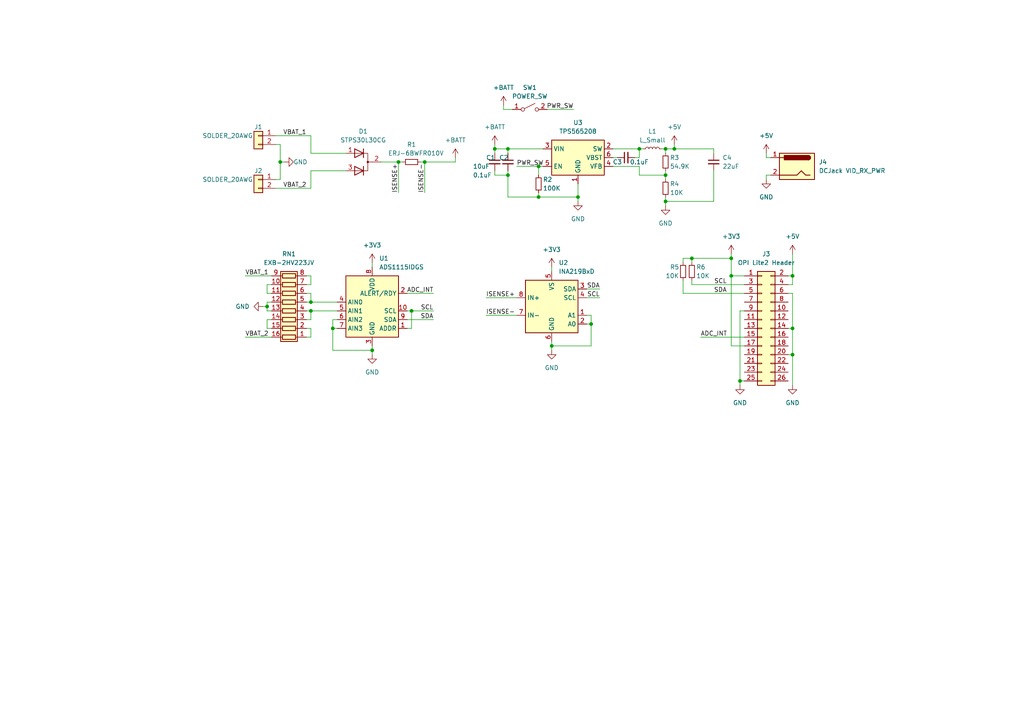
<source format=kicad_sch>
(kicad_sch (version 20211123) (generator eeschema)
  (paper "A4")
  (lib_symbols
    (symbol "Analog_ADC:ADS1115IDGS"
      (property "Reference" "U" (at 2.54 13.97 0))
      (property "Value" "ADS1115IDGS" (at 7.62 11.43 0))
      (symbol "ADS1115IDGS_0_1"
        (rectangle (start -7.62 10.16) (end 7.62 -7.62) (stroke (width 0.254)) (fill (type background)))
      )
      (symbol "ADS1115IDGS_1_1"
        (pin input line (at 10.16 -5.08 180) (length 2.54) (name "ADDR") (number "1"))
        (pin input line (at 10.16 0 180) (length 2.54) (name "SCL") (number "10"))
        (pin output line (at 10.16 5.08 180) (length 2.54) (name "ALERT/RDY") (number "2"))
        (pin power_in line (at 0 -10.16 90) (length 2.54) (name "GND") (number "3"))
        (pin input line (at -10.16 2.54 0) (length 2.54) (name "AIN0") (number "4"))
        (pin input line (at -10.16 0 0) (length 2.54) (name "AIN1") (number "5"))
        (pin input line (at -10.16 -2.54 0) (length 2.54) (name "AIN2") (number "6"))
        (pin input line (at -10.16 -5.08 0) (length 2.54) (name "AIN3") (number "7"))
        (pin power_in line (at 0 12.7 270) (length 2.54) (name "VDD") (number "8"))
        (pin bidirectional line (at 10.16 -2.54 180) (length 2.54) (name "SDA") (number "9"))
      )
    )
    (symbol "Analog_ADC:INA219BxD"
      (property "Reference" "U" (at -6.35 8.89 0))
      (property "Value" "INA219BxD" (at 5.08 8.89 0))
      (symbol "INA219BxD_0_1"
        (rectangle (start -7.62 7.62) (end 7.62 -7.62) (stroke (width 0.254)) (fill (type background)))
      )
      (symbol "INA219BxD_1_1"
        (pin input line (at 10.16 -2.54 180) (length 2.54) (name "A1") (number "1"))
        (pin input line (at 10.16 -5.08 180) (length 2.54) (name "A0") (number "2"))
        (pin bidirectional line (at 10.16 5.08 180) (length 2.54) (name "SDA") (number "3"))
        (pin input line (at 10.16 2.54 180) (length 2.54) (name "SCL") (number "4"))
        (pin power_in line (at 0 10.16 270) (length 2.54) (name "VS") (number "5"))
        (pin power_in line (at 0 -10.16 90) (length 2.54) (name "GND") (number "6"))
        (pin input line (at -10.16 -2.54 0) (length 2.54) (name "IN-") (number "7"))
        (pin input line (at -10.16 2.54 0) (length 2.54) (name "IN+") (number "8"))
      )
    )
    (symbol "Connector:Jack-DC" (pin_names (offset 1.016))
      (property "Reference" "J" (at 0 5.334 0))
      (property "Value" "Jack-DC" (at 0 -5.08 0))
      (symbol "Jack-DC_0_1"
        (rectangle (start -5.08 3.81) (end 5.08 -3.81) (stroke (width 0.254)) (fill (type background)))
        (arc (start -3.302 3.175) (mid -3.937 2.54) (end -3.302 1.905) (stroke (width 0.254)))
        (arc (start -3.302 3.175) (mid -3.937 2.54) (end -3.302 1.905) (stroke (width 0.254)) (fill (type outline)))
        (polyline (pts (xy 5.08 2.54) (xy 3.81 2.54)) (stroke (width 0.254)))
        (polyline (pts (xy -3.81 -2.54) (xy -2.54 -2.54) (xy -1.27 -1.27) (xy 0 -2.54) (xy 2.54 -2.54) (xy 5.08 -2.54)) (stroke (width 0.254)))
        (rectangle (start 3.683 3.175) (end -3.302 1.905) (stroke (width 0.254)) (fill (type outline)))
      )
      (symbol "Jack-DC_1_1"
        (pin passive line (at 7.62 2.54 180) (length 2.54) (name "~") (number "1"))
        (pin passive line (at 7.62 -2.54 180) (length 2.54) (name "~") (number "2"))
      )
    )
    (symbol "Connector_Generic:Conn_01x02" (pin_names (offset 1.016) hide)
      (property "Reference" "J" (at 0 2.54 0))
      (property "Value" "Conn_01x02" (at 0 -5.08 0))
      (symbol "Conn_01x02_1_1"
        (rectangle (start -1.27 -2.413) (end 0 -2.667) (stroke (width 0.1524)))
        (rectangle (start -1.27 0.127) (end 0 -0.127) (stroke (width 0.1524)))
        (rectangle (start -1.27 1.27) (end 1.27 -3.81) (stroke (width 0.254)) (fill (type background)))
        (pin passive line (at -5.08 0 0) (length 3.81) (name "Pin_1") (number "1"))
        (pin passive line (at -5.08 -2.54 0) (length 3.81) (name "Pin_2") (number "2"))
      )
    )
    (symbol "Connector_Generic:Conn_02x13_Odd_Even" (pin_names (offset 1.016) hide)
      (property "Reference" "J" (at 1.27 17.78 0))
      (property "Value" "Conn_02x13_Odd_Even" (at 1.27 -17.78 0))
      (symbol "Conn_02x13_Odd_Even_1_1"
        (rectangle (start -1.27 -15.113) (end 0 -15.367) (stroke (width 0.1524)))
        (rectangle (start -1.27 -12.573) (end 0 -12.827) (stroke (width 0.1524)))
        (rectangle (start -1.27 -10.033) (end 0 -10.287) (stroke (width 0.1524)))
        (rectangle (start -1.27 -7.493) (end 0 -7.747) (stroke (width 0.1524)))
        (rectangle (start -1.27 -4.953) (end 0 -5.207) (stroke (width 0.1524)))
        (rectangle (start -1.27 -2.413) (end 0 -2.667) (stroke (width 0.1524)))
        (rectangle (start -1.27 0.127) (end 0 -0.127) (stroke (width 0.1524)))
        (rectangle (start -1.27 2.667) (end 0 2.413) (stroke (width 0.1524)))
        (rectangle (start -1.27 5.207) (end 0 4.953) (stroke (width 0.1524)))
        (rectangle (start -1.27 7.747) (end 0 7.493) (stroke (width 0.1524)))
        (rectangle (start -1.27 10.287) (end 0 10.033) (stroke (width 0.1524)))
        (rectangle (start -1.27 12.827) (end 0 12.573) (stroke (width 0.1524)))
        (rectangle (start -1.27 15.367) (end 0 15.113) (stroke (width 0.1524)))
        (rectangle (start -1.27 16.51) (end 3.81 -16.51) (stroke (width 0.254)) (fill (type background)))
        (rectangle (start 3.81 -15.113) (end 2.54 -15.367) (stroke (width 0.1524)))
        (rectangle (start 3.81 -12.573) (end 2.54 -12.827) (stroke (width 0.1524)))
        (rectangle (start 3.81 -10.033) (end 2.54 -10.287) (stroke (width 0.1524)))
        (rectangle (start 3.81 -7.493) (end 2.54 -7.747) (stroke (width 0.1524)))
        (rectangle (start 3.81 -4.953) (end 2.54 -5.207) (stroke (width 0.1524)))
        (rectangle (start 3.81 -2.413) (end 2.54 -2.667) (stroke (width 0.1524)))
        (rectangle (start 3.81 0.127) (end 2.54 -0.127) (stroke (width 0.1524)))
        (rectangle (start 3.81 2.667) (end 2.54 2.413) (stroke (width 0.1524)))
        (rectangle (start 3.81 5.207) (end 2.54 4.953) (stroke (width 0.1524)))
        (rectangle (start 3.81 7.747) (end 2.54 7.493) (stroke (width 0.1524)))
        (rectangle (start 3.81 10.287) (end 2.54 10.033) (stroke (width 0.1524)))
        (rectangle (start 3.81 12.827) (end 2.54 12.573) (stroke (width 0.1524)))
        (rectangle (start 3.81 15.367) (end 2.54 15.113) (stroke (width 0.1524)))
        (pin passive line (at -5.08 15.24 0) (length 3.81) (name "Pin_1") (number "1"))
        (pin passive line (at 7.62 5.08 180) (length 3.81) (name "Pin_10") (number "10"))
        (pin passive line (at -5.08 2.54 0) (length 3.81) (name "Pin_11") (number "11"))
        (pin passive line (at 7.62 2.54 180) (length 3.81) (name "Pin_12") (number "12"))
        (pin passive line (at -5.08 0 0) (length 3.81) (name "Pin_13") (number "13"))
        (pin passive line (at 7.62 0 180) (length 3.81) (name "Pin_14") (number "14"))
        (pin passive line (at -5.08 -2.54 0) (length 3.81) (name "Pin_15") (number "15"))
        (pin passive line (at 7.62 -2.54 180) (length 3.81) (name "Pin_16") (number "16"))
        (pin passive line (at -5.08 -5.08 0) (length 3.81) (name "Pin_17") (number "17"))
        (pin passive line (at 7.62 -5.08 180) (length 3.81) (name "Pin_18") (number "18"))
        (pin passive line (at -5.08 -7.62 0) (length 3.81) (name "Pin_19") (number "19"))
        (pin passive line (at 7.62 15.24 180) (length 3.81) (name "Pin_2") (number "2"))
        (pin passive line (at 7.62 -7.62 180) (length 3.81) (name "Pin_20") (number "20"))
        (pin passive line (at -5.08 -10.16 0) (length 3.81) (name "Pin_21") (number "21"))
        (pin passive line (at 7.62 -10.16 180) (length 3.81) (name "Pin_22") (number "22"))
        (pin passive line (at -5.08 -12.7 0) (length 3.81) (name "Pin_23") (number "23"))
        (pin passive line (at 7.62 -12.7 180) (length 3.81) (name "Pin_24") (number "24"))
        (pin passive line (at -5.08 -15.24 0) (length 3.81) (name "Pin_25") (number "25"))
        (pin passive line (at 7.62 -15.24 180) (length 3.81) (name "Pin_26") (number "26"))
        (pin passive line (at -5.08 12.7 0) (length 3.81) (name "Pin_3") (number "3"))
        (pin passive line (at 7.62 12.7 180) (length 3.81) (name "Pin_4") (number "4"))
        (pin passive line (at -5.08 10.16 0) (length 3.81) (name "Pin_5") (number "5"))
        (pin passive line (at 7.62 10.16 180) (length 3.81) (name "Pin_6") (number "6"))
        (pin passive line (at -5.08 7.62 0) (length 3.81) (name "Pin_7") (number "7"))
        (pin passive line (at 7.62 7.62 180) (length 3.81) (name "Pin_8") (number "8"))
        (pin passive line (at -5.08 5.08 0) (length 3.81) (name "Pin_9") (number "9"))
      )
    )
    (symbol "Device:C_Small" (pin_numbers hide) (pin_names (offset 0.254) hide)
      (property "Reference" "C" (at 0.254 1.778 0))
      (property "Value" "C_Small" (at 0.254 -2.032 0))
      (symbol "C_Small_0_1"
        (polyline (pts (xy -1.524 -0.508) (xy 1.524 -0.508)) (stroke (width 0.3302)))
        (polyline (pts (xy -1.524 0.508) (xy 1.524 0.508)) (stroke (width 0.3048)))
      )
      (symbol "C_Small_1_1"
        (pin passive line (at 0 2.54 270) (length 2.032) (name "~") (number "1"))
        (pin passive line (at 0 -2.54 90) (length 2.032) (name "~") (number "2"))
      )
    )
    (symbol "Device:D_Dual_CommonCathode_AKA_Parallel" (pin_names (offset 0.762) hide)
      (property "Reference" "D" (at 0 5.08 0))
      (property "Value" "D_Dual_CommonCathode_AKA_Parallel" (at 0 -5.08 0))
      (symbol "D_Dual_CommonCathode_AKA_Parallel_0_0"
        (polyline (pts (xy 0 -1.27) (xy 0 -3.81)) (stroke (width 0.254)))
        (polyline (pts (xy 0 3.81) (xy 0 1.27)) (stroke (width 0.254)))
      )
      (symbol "D_Dual_CommonCathode_AKA_Parallel_0_1"
        (polyline (pts (xy 1.27 0) (xy 2.54 0)))
        (polyline (pts (xy -2.54 -2.54) (xy 1.27 -2.54) (xy 1.27 2.54) (xy -2.54 2.54)))
        (polyline (pts (xy -2.54 -1.27) (xy 0 -2.54) (xy -2.54 -3.81) (xy -2.54 -1.27) (xy -2.54 -1.27) (xy -2.54 -1.27)) (stroke (width 0.254)))
        (polyline (pts (xy -2.54 3.81) (xy 0 2.54) (xy -2.54 1.27) (xy -2.54 3.81) (xy -2.54 3.81) (xy -2.54 3.81)) (stroke (width 0.254)))
        (circle (center 1.27 0) (radius 0.254) (fill (type outline)))
        (pin passive line (at -5.08 2.54 0) (length 2.54) (name "K") (number "1"))
        (pin passive line (at 5.08 0 180) (length 2.54) (name "A") (number "2"))
        (pin passive line (at -5.08 -2.54 0) (length 2.54) (name "K") (number "3"))
      )
    )
    (symbol "Device:L_Small" (pin_numbers hide) (pin_names (offset 0.254) hide)
      (property "Reference" "L" (at 0.762 1.016 0))
      (property "Value" "L_Small" (at 0.762 -1.016 0))
      (symbol "L_Small_0_1"
        (arc (start 0 -2.032) (mid 0.508 -1.524) (end 0 -1.016))
        (arc (start 0 -1.016) (mid 0.508 -0.508) (end 0 0))
        (arc (start 0 0) (mid 0.508 0.508) (end 0 1.016))
        (arc (start 0 1.016) (mid 0.508 1.524) (end 0 2.032))
      )
      (symbol "L_Small_1_1"
        (pin passive line (at 0 2.54 270) (length 0.508) (name "~") (number "1"))
        (pin passive line (at 0 -2.54 90) (length 0.508) (name "~") (number "2"))
      )
    )
    (symbol "Device:R_Pack08" (pin_names (offset 0) hide)
      (property "Reference" "RN" (at -12.7 0 90))
      (property "Value" "R_Pack08" (at 10.16 0 90))
      (symbol "R_Pack08_0_1"
        (rectangle (start -11.43 -2.413) (end 8.89 2.413) (stroke (width 0.254)) (fill (type background)))
        (rectangle (start -10.795 1.905) (end -9.525 -1.905) (stroke (width 0.254)))
        (rectangle (start -8.255 1.905) (end -6.985 -1.905) (stroke (width 0.254)))
        (rectangle (start -5.715 1.905) (end -4.445 -1.905) (stroke (width 0.254)))
        (rectangle (start -3.175 1.905) (end -1.905 -1.905) (stroke (width 0.254)))
        (rectangle (start -0.635 1.905) (end 0.635 -1.905) (stroke (width 0.254)))
        (polyline (pts (xy -10.16 -2.54) (xy -10.16 -1.905)))
        (polyline (pts (xy -10.16 1.905) (xy -10.16 2.54)))
        (polyline (pts (xy -7.62 -2.54) (xy -7.62 -1.905)))
        (polyline (pts (xy -7.62 1.905) (xy -7.62 2.54)))
        (polyline (pts (xy -5.08 -2.54) (xy -5.08 -1.905)))
        (polyline (pts (xy -5.08 1.905) (xy -5.08 2.54)))
        (polyline (pts (xy -2.54 -2.54) (xy -2.54 -1.905)))
        (polyline (pts (xy -2.54 1.905) (xy -2.54 2.54)))
        (polyline (pts (xy 0 -2.54) (xy 0 -1.905)))
        (polyline (pts (xy 0 1.905) (xy 0 2.54)))
        (polyline (pts (xy 2.54 -2.54) (xy 2.54 -1.905)))
        (polyline (pts (xy 2.54 1.905) (xy 2.54 2.54)))
        (polyline (pts (xy 5.08 -2.54) (xy 5.08 -1.905)))
        (polyline (pts (xy 5.08 1.905) (xy 5.08 2.54)))
        (polyline (pts (xy 7.62 -2.54) (xy 7.62 -1.905)))
        (polyline (pts (xy 7.62 1.905) (xy 7.62 2.54)))
        (rectangle (start 1.905 1.905) (end 3.175 -1.905) (stroke (width 0.254)))
        (rectangle (start 4.445 1.905) (end 5.715 -1.905) (stroke (width 0.254)))
        (rectangle (start 6.985 1.905) (end 8.255 -1.905) (stroke (width 0.254)))
      )
      (symbol "R_Pack08_1_1"
        (pin passive line (at -10.16 -5.08 90) (length 2.54) (name "R1.1") (number "1"))
        (pin passive line (at 5.08 5.08 270) (length 2.54) (name "R7.2") (number "10"))
        (pin passive line (at 2.54 5.08 270) (length 2.54) (name "R6.2") (number "11"))
        (pin passive line (at 0 5.08 270) (length 2.54) (name "R5.2") (number "12"))
        (pin passive line (at -2.54 5.08 270) (length 2.54) (name "R4.2") (number "13"))
        (pin passive line (at -5.08 5.08 270) (length 2.54) (name "R3.2") (number "14"))
        (pin passive line (at -7.62 5.08 270) (length 2.54) (name "R2.2") (number "15"))
        (pin passive line (at -10.16 5.08 270) (length 2.54) (name "R1.2") (number "16"))
        (pin passive line (at -7.62 -5.08 90) (length 2.54) (name "R2.1") (number "2"))
        (pin passive line (at -5.08 -5.08 90) (length 2.54) (name "R3.1") (number "3"))
        (pin passive line (at -2.54 -5.08 90) (length 2.54) (name "R4.1") (number "4"))
        (pin passive line (at 0 -5.08 90) (length 2.54) (name "R5.1") (number "5"))
        (pin passive line (at 2.54 -5.08 90) (length 2.54) (name "R6.1") (number "6"))
        (pin passive line (at 5.08 -5.08 90) (length 2.54) (name "R7.1") (number "7"))
        (pin passive line (at 7.62 -5.08 90) (length 2.54) (name "R8.1") (number "8"))
        (pin passive line (at 7.62 5.08 270) (length 2.54) (name "R8.2") (number "9"))
      )
    )
    (symbol "Device:R_Small" (pin_numbers hide) (pin_names (offset 0.254) hide)
      (property "Reference" "R" (at 0.762 0.508 0))
      (property "Value" "R_Small" (at 0.762 -1.016 0))
      (symbol "R_Small_0_1"
        (rectangle (start -0.762 1.778) (end 0.762 -1.778) (stroke (width 0.2032)))
      )
      (symbol "R_Small_1_1"
        (pin passive line (at 0 2.54 270) (length 0.762) (name "~") (number "1"))
        (pin passive line (at 0 -2.54 90) (length 0.762) (name "~") (number "2"))
      )
    )
    (symbol "Regulator_Switching:TPS565208"
      (property "Reference" "U" (at -7.62 6.35 0))
      (property "Value" "TPS565208" (at -2.54 6.35 0))
      (symbol "TPS565208_0_1"
        (rectangle (start -7.62 5.08) (end 7.62 -5.08) (stroke (width 0.254)) (fill (type background)))
      )
      (symbol "TPS565208_1_1"
        (pin power_in line (at 0 -7.62 90) (length 2.54) (name "GND") (number "1"))
        (pin output line (at 10.16 2.54 180) (length 2.54) (name "SW") (number "2"))
        (pin power_in line (at -10.16 2.54 0) (length 2.54) (name "VIN") (number "3"))
        (pin input line (at 10.16 -2.54 180) (length 2.54) (name "VFB") (number "4"))
        (pin input line (at -10.16 -2.54 0) (length 2.54) (name "EN") (number "5"))
        (pin passive line (at 10.16 0 180) (length 2.54) (name "VBST") (number "6"))
      )
    )
    (symbol "Switch:SW_SPST" (pin_names (offset 0) hide)
      (property "Reference" "SW" (at 0 3.175 0))
      (property "Value" "SW_SPST" (at 0 -2.54 0))
      (symbol "SW_SPST_0_0"
        (circle (center -2.032 0) (radius 0.508))
        (polyline (pts (xy -1.524 0.254) (xy 1.524 1.778)))
        (circle (center 2.032 0) (radius 0.508))
      )
      (symbol "SW_SPST_1_1"
        (pin passive line (at -5.08 0 0) (length 2.54) (name "A") (number "1"))
        (pin passive line (at 5.08 0 180) (length 2.54) (name "B") (number "2"))
      )
    )
    (symbol "power:+3.3V" (power) (pin_names (offset 0))
      (property "Value" "+3.3V" (at 0 3.556 0))
      (symbol "+3.3V_0_1"
        (polyline (pts (xy -0.762 1.27) (xy 0 2.54)))
        (polyline (pts (xy 0 0) (xy 0 2.54)))
        (polyline (pts (xy 0 2.54) (xy 0.762 1.27)))
      )
      (symbol "+3.3V_1_1"
        (pin power_in line (at 0 0 90) (length 0) hide (name "+3V3") (number "1"))
      )
    )
    (symbol "power:+5V" (power) (pin_names (offset 0))
      (property "Value" "+5V" (at 0 3.556 0))
      (symbol "+5V_0_1"
        (polyline (pts (xy -0.762 1.27) (xy 0 2.54)))
        (polyline (pts (xy 0 0) (xy 0 2.54)))
        (polyline (pts (xy 0 2.54) (xy 0.762 1.27)))
      )
      (symbol "+5V_1_1"
        (pin power_in line (at 0 0 90) (length 0) hide (name "+5V") (number "1"))
      )
    )
    (symbol "power:+BATT" (power) (pin_names (offset 0))
      (property "Value" "+BATT" (at 0 3.556 0))
      (symbol "+BATT_0_1"
        (polyline (pts (xy -0.762 1.27) (xy 0 2.54)))
        (polyline (pts (xy 0 0) (xy 0 2.54)))
        (polyline (pts (xy 0 2.54) (xy 0.762 1.27)))
      )
      (symbol "+BATT_1_1"
        (pin power_in line (at 0 0 90) (length 0) hide (name "+BATT") (number "1"))
      )
    )
    (symbol "power:GND" (power) (pin_names (offset 0))
      (property "Value" "GND" (at 0 -3.81 0))
      (symbol "GND_0_1"
        (polyline (pts (xy 0 0) (xy 0 -1.27) (xy 1.27 -1.27) (xy 0 -2.54) (xy -1.27 -1.27) (xy 0 -1.27)))
      )
      (symbol "GND_1_1"
        (pin power_in line (at 0 0 270) (length 0) hide (name "GND") (number "1"))
      )
    )
  )
  (junction (at 212.09 80.01))
  (junction (at 212.09 74.93))
  (junction (at 214.63 110.49))
  (junction (at 77.47 88.9))
  (junction (at 171.45 93.98))
  (junction (at 229.87 80.01))
  (junction (at 90.17 87.63))
  (junction (at 81.28 46.99))
  (junction (at 160.02 100.33))
  (junction (at 193.04 43.18))
  (junction (at 147.32 43.18))
  (junction (at 167.64 57.15))
  (junction (at 143.51 43.18))
  (junction (at 96.52 95.25))
  (junction (at 156.21 48.26))
  (junction (at 200.66 74.93))
  (junction (at 195.58 43.18))
  (junction (at 147.32 50.8))
  (junction (at 229.87 95.25))
  (junction (at 123.19 46.99))
  (junction (at 193.04 50.8))
  (junction (at 115.57 46.99))
  (junction (at 107.95 101.6))
  (junction (at 229.87 102.87))
  (junction (at 185.42 43.18))
  (junction (at 156.21 57.15))
  (junction (at 90.17 90.17))
  (junction (at 193.04 58.42))
  (junction (at 119.38 90.17))
  (wire (pts (xy 228.6 95.25) (xy 229.87 95.25)))
  (wire (pts (xy 147.32 50.8) (xy 143.51 50.8)))
  (wire (pts (xy 207.01 43.18) (xy 195.58 43.18)))
  (wire (pts (xy 160.02 100.33) (xy 160.02 101.6)))
  (wire (pts (xy 107.95 101.6) (xy 107.95 102.87)))
  (wire (pts (xy 96.52 95.25) (xy 97.79 95.25)))
  (wire (pts (xy 118.11 85.09) (xy 125.73 85.09)))
  (wire (pts (xy 80.01 54.61) (xy 90.17 54.61)))
  (wire (pts (xy 193.04 58.42) (xy 207.01 58.42)))
  (wire (pts (xy 107.95 76.2) (xy 107.95 77.47)))
  (wire (pts (xy 160.02 77.47) (xy 160.02 78.74)))
  (wire (pts (xy 147.32 49.53) (xy 147.32 50.8)))
  (wire (pts (xy 78.74 95.25) (xy 77.47 95.25)))
  (wire (pts (xy 78.74 90.17) (xy 77.47 90.17)))
  (wire (pts (xy 118.11 95.25) (xy 119.38 95.25)))
  (wire (pts (xy 158.75 31.75) (xy 166.37 31.75)))
  (wire (pts (xy 140.97 86.36) (xy 149.86 86.36)))
  (wire (pts (xy 81.28 46.99) (xy 81.28 52.07)))
  (wire (pts (xy 71.12 97.79) (xy 78.74 97.79)))
  (wire (pts (xy 229.87 111.76) (xy 229.87 102.87)))
  (wire (pts (xy 177.8 43.18) (xy 185.42 43.18)))
  (wire (pts (xy 193.04 58.42) (xy 193.04 59.69)))
  (wire (pts (xy 195.58 43.18) (xy 195.58 41.91)))
  (wire (pts (xy 81.28 41.91) (xy 81.28 46.99)))
  (wire (pts (xy 77.47 95.25) (xy 77.47 92.71)))
  (wire (pts (xy 147.32 57.15) (xy 156.21 57.15)))
  (wire (pts (xy 171.45 91.44) (xy 170.18 91.44)))
  (wire (pts (xy 193.04 43.18) (xy 195.58 43.18)))
  (wire (pts (xy 88.9 80.01) (xy 90.17 80.01)))
  (wire (pts (xy 157.48 43.18) (xy 147.32 43.18)))
  (wire (pts (xy 177.8 45.72) (xy 179.07 45.72)))
  (wire (pts (xy 229.87 80.01) (xy 229.87 82.55)))
  (wire (pts (xy 96.52 101.6) (xy 107.95 101.6)))
  (wire (pts (xy 156.21 55.88) (xy 156.21 57.15)))
  (wire (pts (xy 229.87 80.01) (xy 228.6 80.01)))
  (wire (pts (xy 212.09 80.01) (xy 212.09 100.33)))
  (wire (pts (xy 185.42 48.26) (xy 177.8 48.26)))
  (wire (pts (xy 222.25 44.45) (xy 222.25 45.72)))
  (wire (pts (xy 200.66 74.93) (xy 200.66 76.2)))
  (wire (pts (xy 170.18 93.98) (xy 171.45 93.98)))
  (wire (pts (xy 146.05 31.75) (xy 148.59 31.75)))
  (wire (pts (xy 90.17 87.63) (xy 97.79 87.63)))
  (wire (pts (xy 203.2 97.79) (xy 215.9 97.79)))
  (wire (pts (xy 90.17 80.01) (xy 90.17 82.55)))
  (wire (pts (xy 77.47 85.09) (xy 78.74 85.09)))
  (wire (pts (xy 229.87 102.87) (xy 229.87 95.25)))
  (wire (pts (xy 90.17 85.09) (xy 90.17 87.63)))
  (wire (pts (xy 77.47 82.55) (xy 77.47 85.09)))
  (wire (pts (xy 80.01 39.37) (xy 90.17 39.37)))
  (wire (pts (xy 96.52 92.71) (xy 96.52 95.25)))
  (wire (pts (xy 71.12 80.01) (xy 78.74 80.01)))
  (wire (pts (xy 229.87 85.09) (xy 228.6 85.09)))
  (wire (pts (xy 193.04 43.18) (xy 191.77 43.18)))
  (wire (pts (xy 76.2 88.9) (xy 77.47 88.9)))
  (wire (pts (xy 212.09 100.33) (xy 215.9 100.33)))
  (wire (pts (xy 228.6 102.87) (xy 229.87 102.87)))
  (wire (pts (xy 90.17 90.17) (xy 97.79 90.17)))
  (wire (pts (xy 80.01 41.91) (xy 81.28 41.91)))
  (wire (pts (xy 207.01 44.45) (xy 207.01 43.18)))
  (wire (pts (xy 80.01 52.07) (xy 81.28 52.07)))
  (wire (pts (xy 170.18 86.36) (xy 173.99 86.36)))
  (wire (pts (xy 222.25 50.8) (xy 223.52 50.8)))
  (wire (pts (xy 198.12 74.93) (xy 200.66 74.93)))
  (wire (pts (xy 214.63 111.76) (xy 214.63 110.49)))
  (wire (pts (xy 200.66 74.93) (xy 212.09 74.93)))
  (wire (pts (xy 118.11 90.17) (xy 119.38 90.17)))
  (wire (pts (xy 160.02 100.33) (xy 171.45 100.33)))
  (wire (pts (xy 132.08 46.99) (xy 123.19 46.99)))
  (wire (pts (xy 170.18 83.82) (xy 173.99 83.82)))
  (wire (pts (xy 147.32 43.18) (xy 147.32 44.45)))
  (wire (pts (xy 193.04 50.8) (xy 185.42 50.8)))
  (wire (pts (xy 96.52 95.25) (xy 96.52 101.6)))
  (wire (pts (xy 77.47 87.63) (xy 78.74 87.63)))
  (wire (pts (xy 90.17 95.25) (xy 88.9 95.25)))
  (wire (pts (xy 198.12 85.09) (xy 215.9 85.09)))
  (wire (pts (xy 156.21 48.26) (xy 157.48 48.26)))
  (wire (pts (xy 214.63 90.17) (xy 215.9 90.17)))
  (wire (pts (xy 200.66 82.55) (xy 215.9 82.55)))
  (wire (pts (xy 119.38 90.17) (xy 125.73 90.17)))
  (wire (pts (xy 115.57 46.99) (xy 115.57 55.88)))
  (wire (pts (xy 193.04 44.45) (xy 193.04 43.18)))
  (wire (pts (xy 119.38 90.17) (xy 119.38 95.25)))
  (wire (pts (xy 110.49 46.99) (xy 115.57 46.99)))
  (wire (pts (xy 132.08 45.72) (xy 132.08 46.99)))
  (wire (pts (xy 90.17 49.53) (xy 100.33 49.53)))
  (wire (pts (xy 207.01 58.42) (xy 207.01 49.53)))
  (wire (pts (xy 198.12 76.2) (xy 198.12 74.93)))
  (wire (pts (xy 140.97 91.44) (xy 149.86 91.44)))
  (wire (pts (xy 81.28 46.99) (xy 82.55 46.99)))
  (wire (pts (xy 107.95 100.33) (xy 107.95 101.6)))
  (wire (pts (xy 167.64 53.34) (xy 167.64 57.15)))
  (wire (pts (xy 198.12 81.28) (xy 198.12 85.09)))
  (wire (pts (xy 88.9 97.79) (xy 90.17 97.79)))
  (wire (pts (xy 222.25 52.07) (xy 222.25 50.8)))
  (wire (pts (xy 193.04 57.15) (xy 193.04 58.42)))
  (wire (pts (xy 90.17 44.45) (xy 100.33 44.45)))
  (wire (pts (xy 146.05 30.48) (xy 146.05 31.75)))
  (wire (pts (xy 171.45 100.33) (xy 171.45 93.98)))
  (wire (pts (xy 156.21 50.8) (xy 156.21 48.26)))
  (wire (pts (xy 90.17 39.37) (xy 90.17 44.45)))
  (wire (pts (xy 212.09 73.66) (xy 212.09 74.93)))
  (wire (pts (xy 90.17 97.79) (xy 90.17 95.25)))
  (wire (pts (xy 171.45 93.98) (xy 171.45 91.44)))
  (wire (pts (xy 77.47 92.71) (xy 78.74 92.71)))
  (wire (pts (xy 167.64 58.42) (xy 167.64 57.15)))
  (wire (pts (xy 193.04 50.8) (xy 193.04 52.07)))
  (wire (pts (xy 156.21 57.15) (xy 167.64 57.15)))
  (wire (pts (xy 160.02 99.06) (xy 160.02 100.33)))
  (wire (pts (xy 143.51 43.18) (xy 143.51 44.45)))
  (wire (pts (xy 149.86 48.26) (xy 156.21 48.26)))
  (wire (pts (xy 212.09 80.01) (xy 215.9 80.01)))
  (wire (pts (xy 185.42 43.18) (xy 186.69 43.18)))
  (wire (pts (xy 77.47 90.17) (xy 77.47 88.9)))
  (wire (pts (xy 185.42 45.72) (xy 185.42 43.18)))
  (wire (pts (xy 185.42 50.8) (xy 185.42 48.26)))
  (wire (pts (xy 147.32 43.18) (xy 143.51 43.18)))
  (wire (pts (xy 229.87 82.55) (xy 228.6 82.55)))
  (wire (pts (xy 90.17 54.61) (xy 90.17 49.53)))
  (wire (pts (xy 222.25 45.72) (xy 223.52 45.72)))
  (wire (pts (xy 78.74 82.55) (xy 77.47 82.55)))
  (wire (pts (xy 88.9 85.09) (xy 90.17 85.09)))
  (wire (pts (xy 88.9 87.63) (xy 90.17 87.63)))
  (wire (pts (xy 143.51 41.91) (xy 143.51 43.18)))
  (wire (pts (xy 118.11 92.71) (xy 125.73 92.71)))
  (wire (pts (xy 214.63 110.49) (xy 214.63 90.17)))
  (wire (pts (xy 123.19 46.99) (xy 121.92 46.99)))
  (wire (pts (xy 123.19 46.99) (xy 123.19 55.88)))
  (wire (pts (xy 229.87 73.66) (xy 229.87 80.01)))
  (wire (pts (xy 212.09 74.93) (xy 212.09 80.01)))
  (wire (pts (xy 90.17 82.55) (xy 88.9 82.55)))
  (wire (pts (xy 97.79 92.71) (xy 96.52 92.71)))
  (wire (pts (xy 214.63 110.49) (xy 215.9 110.49)))
  (wire (pts (xy 147.32 50.8) (xy 147.32 57.15)))
  (wire (pts (xy 90.17 90.17) (xy 88.9 90.17)))
  (wire (pts (xy 77.47 88.9) (xy 77.47 87.63)))
  (wire (pts (xy 200.66 81.28) (xy 200.66 82.55)))
  (wire (pts (xy 229.87 95.25) (xy 229.87 85.09)))
  (wire (pts (xy 143.51 50.8) (xy 143.51 49.53)))
  (wire (pts (xy 184.15 45.72) (xy 185.42 45.72)))
  (wire (pts (xy 193.04 49.53) (xy 193.04 50.8)))
  (wire (pts (xy 115.57 46.99) (xy 116.84 46.99)))
  (wire (pts (xy 90.17 92.71) (xy 90.17 90.17)))
  (wire (pts (xy 88.9 92.71) (xy 90.17 92.71)))
  (label "ISENSE-" (at 140.97 91.44 0))
  (label "SDA" (at 173.99 83.82 180))
  (label "PWR_SW" (at 166.37 31.75 180))
  (label "ADC_INT" (at 203.2 97.79 0))
  (label "SCL" (at 173.99 86.36 180))
  (label "SCL" (at 125.73 90.17 180))
  (label "SDA" (at 210.82 85.09 180))
  (label "ISENSE+" (at 140.97 86.36 0))
  (label "ISENSE-" (at 123.19 55.88 90))
  (label "VBAT_1" (at 88.9 39.37 180))
  (label "PWR_SW" (at 149.86 48.26 0))
  (label "SDA" (at 125.73 92.71 180))
  (label "SCL" (at 210.82 82.55 180))
  (label "VBAT_1" (at 71.12 80.01 0))
  (label "ADC_INT" (at 125.73 85.09 180))
  (label "VBAT_2" (at 71.12 97.79 0))
  (label "VBAT_2" (at 88.9 54.61 180))
  (label "ISENSE+" (at 115.57 55.88 90))
  (symbol (lib_id "Analog_ADC:INA219BxD") (at 160.02 88.9 0) (unit 1)
    (property "Reference" "U2" (at 162.0394 76.2 0) (effects (justify left)))
    (property "Value" "INA219BxD" (at 162.0394 78.74 0) (effects (justify left)))
    (property "Footprint" "Package_SO:SOIC-8_3.9x4.9mm_P1.27mm" (effects hide))
    (property "Datasheet" "http://www.ti.com/lit/ds/symlink/ina219.pdf" (effects hide))
  )
  (symbol (lib_id "Device:C_Small") (at 143.51 46.99 0) (unit 1)
    (property "Reference" "C1" (at 140.97 45.72 0) (effects (justify left)))
    (property "Value" "10uF" (at 137.16 48.26 0) (effects (justify left)))
  )
  (symbol (lib_id "Regulator_Switching:TPS565208") (at 167.64 45.72 0) (unit 1)
    (property "Reference" "U3" (at 167.64 35.56 0))
    (property "Value" "TPS565208" (at 167.64 38.1 0))
    (property "Footprint" "Package_TO_SOT_SMD:SOT-23-6" (effects hide))
    (property "Datasheet" "http://www.ti.com/lit/ds/symlink/tps565208.pdf" (effects hide))
  )
  (symbol (lib_id "Device:R_Small") (at 200.66 78.74 0) (unit 1)
    (property "Reference" "R6" (at 201.93 77.47 0) (effects (justify left)))
    (property "Value" "10K" (at 201.93 80.01 0) (effects (justify left)))
  )
  (symbol (lib_id "Connector_Generic:Conn_01x02") (at 74.93 52.07 0) (mirror y) (unit 1)
    (property "Reference" "J2" (at 74.93 49.53 0))
    (property "Value" "SOLDER_20AWG" (at 66.04 52.07 0))
    (property "Footprint" "Connector_Wire:SolderWire-0.25sqmm_1x02_P4.5mm_D0.65mm_OD2mm_Relief2x" (effects hide))
  )
  (symbol (lib_id "Analog_ADC:ADS1115IDGS") (at 107.95 90.17 0) (unit 1)
    (property "Reference" "U1" (at 109.9694 74.93 0) (effects (justify left)))
    (property "Value" "ADS1115IDGS" (at 109.9694 77.47 0) (effects (justify left)))
    (property "Footprint" "Package_SO:TSSOP-10_3x3mm_P0.5mm" (effects hide))
    (property "Datasheet" "http://www.ti.com/lit/ds/symlink/ads1113.pdf" (effects hide))
  )
  (symbol (lib_id "power:+3.3V") (at 160.02 77.47 0) (unit 1)
    (property "Reference" "#PWR08" (effects hide))
    (property "Value" "+3.3V" (at 160.02 72.39 0))
  )
  (symbol (lib_id "power:GND") (at 107.95 102.87 0) (unit 1)
    (property "Reference" "#PWR04" (effects hide))
    (property "Value" "GND" (at 107.95 107.95 0))
  )
  (symbol (lib_id "Device:C_Small") (at 181.61 45.72 90) (unit 1)
    (property "Reference" "C3" (at 179.07 46.99 90))
    (property "Value" "0.1uF" (at 185.42 46.99 90))
  )
  (symbol (lib_id "Switch:SW_SPST") (at 153.67 31.75 0) (unit 1)
    (property "Reference" "SW1" (at 153.67 25.4 0))
    (property "Value" "POWER_SW" (at 153.67 27.94 0))
  )
  (symbol (lib_id "Device:C_Small") (at 147.32 46.99 0) (unit 1)
    (property "Reference" "C2" (at 144.78 45.72 0) (effects (justify left)))
    (property "Value" "0.1uF" (at 137.16 50.8 0) (effects (justify left)))
  )
  (symbol (lib_id "Device:R_Small") (at 193.04 46.99 0) (unit 1)
    (property "Reference" "R3" (at 194.31 45.72 0) (effects (justify left)))
    (property "Value" "54.9K" (at 194.31 48.26 0) (effects (justify left)))
  )
  (symbol (lib_id "Device:R_Small") (at 198.12 78.74 0) (unit 1)
    (property "Reference" "R5" (at 194.31 77.47 0) (effects (justify left)))
    (property "Value" "10K" (at 193.04 80.01 0) (effects (justify left)))
  )
  (symbol (lib_id "power:GND") (at 214.63 111.76 0) (unit 1)
    (property "Reference" "#PWR014" (effects hide))
    (property "Value" "GND" (at 214.63 116.84 0))
  )
  (symbol (lib_id "power:+5V") (at 222.25 44.45 0) (unit 1)
    (property "Reference" "#PWR015" (effects hide))
    (property "Value" "+5V" (at 222.25 39.37 0))
  )
  (symbol (lib_id "power:+BATT") (at 132.08 45.72 0) (unit 1)
    (property "Reference" "#PWR05" (effects hide))
    (property "Value" "+BATT" (at 132.08 40.64 0))
  )
  (symbol (lib_id "Device:R_Small") (at 193.04 54.61 0) (unit 1)
    (property "Reference" "R4" (at 194.31 53.34 0) (effects (justify left)))
    (property "Value" "10K" (at 194.31 55.88 0) (effects (justify left)))
  )
  (symbol (lib_id "power:+3.3V") (at 107.95 76.2 0) (unit 1)
    (property "Reference" "#PWR03" (effects hide))
    (property "Value" "+3.3V" (at 107.95 71.12 0))
  )
  (symbol (lib_id "power:GND") (at 76.2 88.9 270) (unit 1)
    (property "Reference" "#PWR01" (effects hide))
    (property "Value" "GND" (at 72.39 88.8999 90) (effects (justify right)))
  )
  (symbol (lib_id "power:+BATT") (at 146.05 30.48 0) (unit 1)
    (property "Reference" "#PWR07" (effects hide))
    (property "Value" "+BATT" (at 146.05 25.4 0))
  )
  (symbol (lib_id "power:GND") (at 222.25 52.07 0) (unit 1)
    (property "Reference" "#PWR016" (effects hide))
    (property "Value" "GND" (at 222.25 57.15 0))
  )
  (symbol (lib_id "power:+5V") (at 195.58 41.91 0) (unit 1)
    (property "Reference" "#PWR012" (effects hide))
    (property "Value" "+5V" (at 195.58 36.83 0))
  )
  (symbol (lib_id "power:GND") (at 167.64 58.42 0) (unit 1)
    (property "Reference" "#PWR010" (effects hide))
    (property "Value" "GND" (at 167.64 63.5 0))
  )
  (symbol (lib_id "Connector:Jack-DC") (at 231.14 48.26 0) (mirror y) (unit 1)
    (property "Reference" "J4" (at 237.49 46.9899 0) (effects (justify right)))
    (property "Value" "DCJack VID_RX_PWR" (at 237.49 49.5299 0) (effects (justify right)))
  )
  (symbol (lib_id "Device:L_Small") (at 189.23 43.18 90) (unit 1)
    (property "Reference" "L1" (at 189.23 38.1 90))
    (property "Value" "L_Small" (at 189.23 40.64 90))
  )
  (symbol (lib_id "Device:D_Dual_CommonCathode_AKA_Parallel") (at 105.41 46.99 0) (unit 1)
    (property "Reference" "D1" (at 105.3465 38.1 0))
    (property "Value" "STPS30L30CG" (at 105.3465 40.64 0))
  )
  (symbol (lib_id "Device:R_Small") (at 119.38 46.99 270) (unit 1)
    (property "Reference" "R1" (at 119.38 41.91 90))
    (property "Value" "ERJ-6BWFR010V" (at 120.65 44.45 90))
  )
  (symbol (lib_id "power:GND") (at 82.55 46.99 90) (unit 1)
    (property "Reference" "#PWR02" (effects hide))
    (property "Value" "GND" (at 85.09 46.99 90) (effects (justify right)))
  )
  (symbol (lib_id "Connector_Generic:Conn_02x13_Odd_Even") (at 220.98 95.25 0) (unit 1)
    (property "Reference" "J3" (at 222.25 73.66 0))
    (property "Value" "OPI Lite2 Header" (at 222.25 76.2 0))
    (property "Footprint" "Connector_PinSocket_2.54mm:PinSocket_2x13_P2.54mm_Vertical" (effects hide))
  )
  (symbol (lib_id "Connector_Generic:Conn_01x02") (at 74.93 39.37 0) (mirror y) (unit 1)
    (property "Reference" "J1" (at 74.93 36.83 0))
    (property "Value" "SOLDER_20AWG" (at 66.04 39.37 0))
    (property "Footprint" "Connector_Wire:SolderWire-0.25sqmm_1x02_P4.5mm_D0.65mm_OD2mm_Relief2x" (effects hide))
  )
  (symbol (lib_id "power:+BATT") (at 143.51 41.91 0) (unit 1)
    (property "Reference" "#PWR06" (effects hide))
    (property "Value" "+BATT" (at 143.51 36.83 0))
  )
  (symbol (lib_id "power:+3.3V") (at 212.09 73.66 0) (unit 1)
    (property "Reference" "#PWR013" (effects hide))
    (property "Value" "+3.3V" (at 212.09 68.58 0))
  )
  (symbol (lib_id "Device:R_Pack08") (at 83.82 87.63 90) (unit 1)
    (property "Reference" "RN1" (at 83.82 73.66 90))
    (property "Value" "EXB-2HV223JV" (at 83.82 76.2 90))
    (property "Footprint" "_LocalParts:RESCAXE50P380X160X55-16N" (effects hide))
  )
  (symbol (lib_id "power:GND") (at 229.87 111.76 0) (unit 1)
    (property "Reference" "#PWR018" (effects hide))
    (property "Value" "GND" (at 229.87 116.84 0))
  )
  (symbol (lib_id "power:GND") (at 160.02 101.6 0) (unit 1)
    (property "Reference" "#PWR09" (effects hide))
    (property "Value" "GND" (at 160.02 106.68 0))
  )
  (symbol (lib_id "Device:R_Small") (at 156.21 53.34 0) (unit 1)
    (property "Reference" "R2" (at 157.48 52.07 0) (effects (justify left)))
    (property "Value" "100K" (at 157.48 54.61 0) (effects (justify left)))
  )
  (symbol (lib_id "power:+5V") (at 229.87 73.66 0) (unit 1)
    (property "Reference" "#PWR017" (effects hide))
    (property "Value" "+5V" (at 229.87 68.58 0))
  )
  (symbol (lib_id "Device:C_Small") (at 207.01 46.99 0) (unit 1)
    (property "Reference" "C4" (at 209.55 45.7262 0) (effects (justify left)))
    (property "Value" "22uF" (at 209.55 48.2662 0) (effects (justify left)))
  )
  (symbol (lib_id "power:GND") (at 193.04 59.69 0) (unit 1)
    (property "Reference" "#PWR011" (effects hide))
    (property "Value" "GND" (at 193.04 64.77 0))
  )
)
</source>
